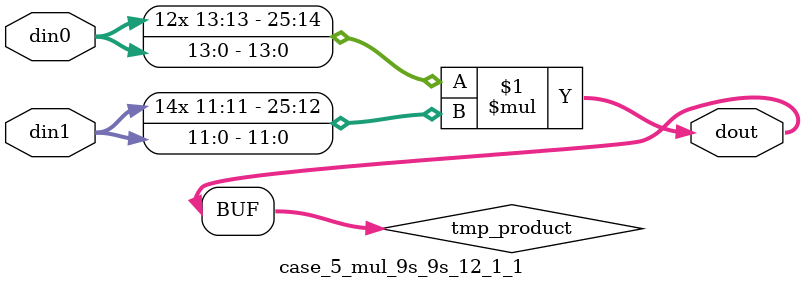
<source format=v>

`timescale 1 ns / 1 ps

 module case_5_mul_9s_9s_12_1_1(din0, din1, dout);
parameter ID = 1;
parameter NUM_STAGE = 0;
parameter din0_WIDTH = 14;
parameter din1_WIDTH = 12;
parameter dout_WIDTH = 26;

input [din0_WIDTH - 1 : 0] din0; 
input [din1_WIDTH - 1 : 0] din1; 
output [dout_WIDTH - 1 : 0] dout;

wire signed [dout_WIDTH - 1 : 0] tmp_product;



























assign tmp_product = $signed(din0) * $signed(din1);








assign dout = tmp_product;





















endmodule

</source>
